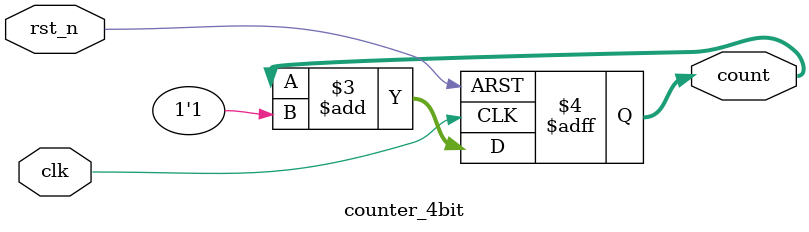
<source format=v>
module counter_4bit (
    input  wire clk,      // clock
    input  wire rst_n,    // reset active low
    output reg  [3:0] count
);

always @(posedge clk or negedge rst_n) begin
    if (!rst_n)
        count <= 4'b0000;     // reset về 0
    else
        count <= count + 1'b1; // tăng 1 mỗi xung clock
end

endmodule

</source>
